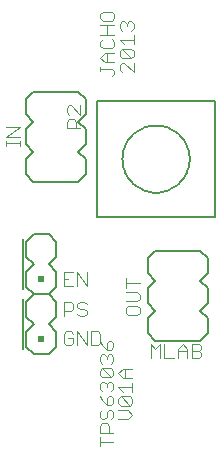
<source format=gbr>
G75*
G70*
%OFA0B0*%
%FSLAX24Y24*%
%IPPOS*%
%LPD*%
%AMOC8*
5,1,8,0,0,1.08239X$1,22.5*
%
%ADD10C,0.0040*%
%ADD11C,0.0079*%
%ADD12C,0.0060*%
%ADD13R,0.0200X0.0200*%
%ADD14C,0.0050*%
D10*
X003520Y004413D02*
X003520Y004720D01*
X003520Y004567D02*
X003980Y004567D01*
X003980Y004874D02*
X003520Y004874D01*
X003520Y005104D01*
X003596Y005181D01*
X003750Y005181D01*
X003827Y005104D01*
X003827Y004874D01*
X003903Y005334D02*
X003980Y005411D01*
X003980Y005564D01*
X003903Y005641D01*
X003827Y005641D01*
X003750Y005564D01*
X003750Y005411D01*
X003673Y005334D01*
X003596Y005334D01*
X003520Y005411D01*
X003520Y005564D01*
X003596Y005641D01*
X003750Y005794D02*
X003750Y006025D01*
X003827Y006101D01*
X003903Y006101D01*
X003980Y006025D01*
X003980Y005871D01*
X003903Y005794D01*
X003750Y005794D01*
X003596Y005948D01*
X003520Y006101D01*
X003596Y006255D02*
X003520Y006332D01*
X003520Y006485D01*
X003596Y006562D01*
X003673Y006562D01*
X003750Y006485D01*
X003827Y006562D01*
X003903Y006562D01*
X003980Y006485D01*
X003980Y006332D01*
X003903Y006255D01*
X003750Y006408D02*
X003750Y006485D01*
X003903Y006715D02*
X003596Y006715D01*
X003520Y006792D01*
X003520Y006945D01*
X003596Y007022D01*
X003903Y006715D01*
X003980Y006792D01*
X003980Y006945D01*
X003903Y007022D01*
X003596Y007022D01*
X003596Y007176D02*
X003520Y007252D01*
X003520Y007406D01*
X003596Y007483D01*
X003673Y007483D01*
X003750Y007406D01*
X003827Y007483D01*
X003903Y007483D01*
X003980Y007406D01*
X003980Y007252D01*
X003903Y007176D01*
X003750Y007329D02*
X003750Y007406D01*
X003750Y007636D02*
X003750Y007866D01*
X003827Y007943D01*
X003903Y007943D01*
X003980Y007866D01*
X003980Y007713D01*
X003903Y007636D01*
X003750Y007636D01*
X003596Y007790D01*
X003520Y007943D01*
X003548Y007865D02*
X003471Y007788D01*
X003241Y007788D01*
X003241Y008249D01*
X003471Y008249D01*
X003548Y008172D01*
X003548Y007865D01*
X003087Y007788D02*
X003087Y008249D01*
X002780Y008249D02*
X003087Y007788D01*
X002780Y007788D02*
X002780Y008249D01*
X002627Y008172D02*
X002550Y008249D01*
X002397Y008249D01*
X002320Y008172D01*
X002320Y007865D01*
X002397Y007788D01*
X002550Y007788D01*
X002627Y007865D01*
X002627Y008019D01*
X002473Y008019D01*
X002320Y008763D02*
X002320Y009224D01*
X002550Y009224D01*
X002627Y009147D01*
X002627Y008994D01*
X002550Y008917D01*
X002320Y008917D01*
X002780Y008840D02*
X002857Y008763D01*
X003011Y008763D01*
X003087Y008840D01*
X003087Y008917D01*
X003011Y008994D01*
X002857Y008994D01*
X002780Y009070D01*
X002780Y009147D01*
X002857Y009224D01*
X003011Y009224D01*
X003087Y009147D01*
X003087Y009763D02*
X003087Y010224D01*
X002780Y010224D02*
X003087Y009763D01*
X002780Y009763D02*
X002780Y010224D01*
X002627Y010224D02*
X002320Y010224D01*
X002320Y009763D01*
X002627Y009763D01*
X002473Y009994D02*
X002320Y009994D01*
X004298Y007001D02*
X004145Y006848D01*
X004298Y006694D01*
X004605Y006694D01*
X004605Y006541D02*
X004605Y006234D01*
X004605Y006388D02*
X004145Y006388D01*
X004298Y006234D01*
X004221Y006081D02*
X004528Y005774D01*
X004605Y005850D01*
X004605Y006004D01*
X004528Y006081D01*
X004221Y006081D01*
X004145Y006004D01*
X004145Y005850D01*
X004221Y005774D01*
X004528Y005774D01*
X004452Y005620D02*
X004145Y005620D01*
X004145Y005313D02*
X004452Y005313D01*
X004605Y005467D01*
X004452Y005620D01*
X004375Y006694D02*
X004375Y007001D01*
X004298Y007001D02*
X004605Y007001D01*
X005220Y007363D02*
X005220Y007824D01*
X005373Y007670D01*
X005527Y007824D01*
X005527Y007363D01*
X005680Y007363D02*
X005987Y007363D01*
X006141Y007363D02*
X006141Y007670D01*
X006294Y007824D01*
X006448Y007670D01*
X006448Y007363D01*
X006601Y007363D02*
X006831Y007363D01*
X006908Y007440D01*
X006908Y007517D01*
X006831Y007594D01*
X006601Y007594D01*
X006448Y007594D02*
X006141Y007594D01*
X006601Y007363D02*
X006601Y007824D01*
X006831Y007824D01*
X006908Y007747D01*
X006908Y007670D01*
X006831Y007594D01*
X005680Y007824D02*
X005680Y007363D01*
X004778Y008788D02*
X004855Y008865D01*
X004855Y009019D01*
X004778Y009095D01*
X004471Y009095D01*
X004395Y009019D01*
X004395Y008865D01*
X004471Y008788D01*
X004778Y008788D01*
X004778Y009249D02*
X004855Y009325D01*
X004855Y009479D01*
X004778Y009556D01*
X004395Y009556D01*
X004395Y009709D02*
X004395Y010016D01*
X004395Y009863D02*
X004855Y009863D01*
X004778Y009249D02*
X004395Y009249D01*
X002880Y015013D02*
X002420Y015013D01*
X002420Y015244D01*
X002496Y015320D01*
X002650Y015320D01*
X002727Y015244D01*
X002727Y015013D01*
X002880Y015474D02*
X002573Y015781D01*
X002496Y015781D01*
X002420Y015704D01*
X002420Y015550D01*
X002496Y015474D01*
X002880Y015474D02*
X002880Y015781D01*
X003545Y016915D02*
X003545Y017068D01*
X003545Y016992D02*
X003928Y016992D01*
X004005Y016915D01*
X004005Y016838D01*
X003928Y016761D01*
X004195Y016973D02*
X004195Y017127D01*
X004271Y017204D01*
X004348Y017204D01*
X004655Y016897D01*
X004655Y017204D01*
X004578Y017357D02*
X004655Y017434D01*
X004655Y017587D01*
X004578Y017664D01*
X004271Y017664D01*
X004578Y017357D01*
X004271Y017357D01*
X004195Y017434D01*
X004195Y017587D01*
X004271Y017664D01*
X004348Y017818D02*
X004195Y017971D01*
X004655Y017971D01*
X004655Y017818D02*
X004655Y018124D01*
X004578Y018278D02*
X004655Y018355D01*
X004655Y018508D01*
X004578Y018585D01*
X004502Y018585D01*
X004425Y018508D01*
X004425Y018431D01*
X004425Y018508D02*
X004348Y018585D01*
X004271Y018585D01*
X004195Y018508D01*
X004195Y018355D01*
X004271Y018278D01*
X004005Y018143D02*
X003545Y018143D01*
X003621Y017989D02*
X003545Y017912D01*
X003545Y017759D01*
X003621Y017682D01*
X003928Y017682D01*
X004005Y017759D01*
X004005Y017912D01*
X003928Y017989D01*
X003775Y018143D02*
X003775Y018449D01*
X003928Y018603D02*
X004005Y018680D01*
X004005Y018833D01*
X003928Y018910D01*
X003621Y018910D01*
X003545Y018833D01*
X003545Y018680D01*
X003621Y018603D01*
X003928Y018603D01*
X004005Y018449D02*
X003545Y018449D01*
X003698Y017529D02*
X004005Y017529D01*
X003775Y017529D02*
X003775Y017222D01*
X003698Y017222D02*
X003545Y017375D01*
X003698Y017529D01*
X003698Y017222D02*
X004005Y017222D01*
X004195Y016973D02*
X004271Y016897D01*
X000855Y015052D02*
X000395Y015052D01*
X000395Y014745D02*
X000855Y015052D01*
X000855Y014745D02*
X000395Y014745D01*
X000395Y014592D02*
X000395Y014438D01*
X000395Y014515D02*
X000855Y014515D01*
X000855Y014438D02*
X000855Y014592D01*
D11*
X000950Y011318D02*
X000950Y009668D01*
X000950Y009318D02*
X000950Y007668D01*
D12*
X001075Y007743D02*
X001075Y008243D01*
X001325Y008493D01*
X001075Y008743D01*
X001075Y009243D01*
X001325Y009493D01*
X001825Y009493D01*
X002075Y009743D01*
X002075Y010243D01*
X001825Y010493D01*
X002075Y010743D01*
X002075Y011243D01*
X001825Y011493D01*
X001325Y011493D01*
X001075Y011243D01*
X001075Y010743D01*
X001325Y010493D01*
X001075Y010243D01*
X001075Y009743D01*
X001325Y009493D01*
X001825Y009493D01*
X002075Y009243D01*
X002075Y008743D01*
X001825Y008493D01*
X002075Y008243D01*
X002075Y007743D01*
X001825Y007493D01*
X001325Y007493D01*
X001075Y007743D01*
X001300Y013243D02*
X002800Y013243D01*
X003050Y013493D01*
X003050Y013993D01*
X002800Y014243D01*
X003050Y014493D01*
X003050Y014993D01*
X002800Y015243D01*
X003050Y015493D01*
X003050Y015993D01*
X002800Y016243D01*
X001300Y016243D01*
X001050Y015993D01*
X001050Y015493D01*
X001300Y015243D01*
X001050Y014993D01*
X001050Y014493D01*
X001300Y014243D01*
X001050Y013993D01*
X001050Y013493D01*
X001300Y013243D01*
X005125Y010693D02*
X005125Y010193D01*
X005375Y009943D01*
X005125Y009693D01*
X005125Y009193D01*
X005375Y008943D01*
X005125Y008693D01*
X005125Y008193D01*
X005375Y007943D01*
X006875Y007943D01*
X007125Y008193D01*
X007125Y008693D01*
X006875Y008943D01*
X007125Y009193D01*
X007125Y009693D01*
X006875Y009943D01*
X007125Y010193D01*
X007125Y010693D01*
X006875Y010943D01*
X005375Y010943D01*
X005125Y010693D01*
D13*
X001575Y009993D03*
X001575Y007993D03*
D14*
X003431Y012064D02*
X003431Y015922D01*
X007369Y015922D01*
X007369Y012064D01*
X003431Y012064D01*
X004282Y013993D02*
X004284Y014059D01*
X004290Y014125D01*
X004300Y014191D01*
X004313Y014256D01*
X004331Y014320D01*
X004352Y014382D01*
X004377Y014444D01*
X004405Y014504D01*
X004437Y014562D01*
X004473Y014618D01*
X004511Y014671D01*
X004553Y014723D01*
X004598Y014772D01*
X004645Y014818D01*
X004696Y014861D01*
X004748Y014901D01*
X004803Y014938D01*
X004860Y014972D01*
X004919Y015002D01*
X004980Y015029D01*
X005042Y015052D01*
X005105Y015071D01*
X005170Y015087D01*
X005235Y015099D01*
X005301Y015107D01*
X005367Y015111D01*
X005433Y015111D01*
X005499Y015107D01*
X005565Y015099D01*
X005630Y015087D01*
X005695Y015071D01*
X005758Y015052D01*
X005820Y015029D01*
X005881Y015002D01*
X005940Y014972D01*
X005997Y014938D01*
X006052Y014901D01*
X006104Y014861D01*
X006155Y014818D01*
X006202Y014772D01*
X006247Y014723D01*
X006289Y014671D01*
X006327Y014618D01*
X006363Y014562D01*
X006395Y014504D01*
X006423Y014444D01*
X006448Y014382D01*
X006469Y014320D01*
X006487Y014256D01*
X006500Y014191D01*
X006510Y014125D01*
X006516Y014059D01*
X006518Y013993D01*
X006516Y013927D01*
X006510Y013861D01*
X006500Y013795D01*
X006487Y013730D01*
X006469Y013666D01*
X006448Y013604D01*
X006423Y013542D01*
X006395Y013482D01*
X006363Y013424D01*
X006327Y013368D01*
X006289Y013315D01*
X006247Y013263D01*
X006202Y013214D01*
X006155Y013168D01*
X006104Y013125D01*
X006052Y013085D01*
X005997Y013048D01*
X005940Y013014D01*
X005881Y012984D01*
X005820Y012957D01*
X005758Y012934D01*
X005695Y012915D01*
X005630Y012899D01*
X005565Y012887D01*
X005499Y012879D01*
X005433Y012875D01*
X005367Y012875D01*
X005301Y012879D01*
X005235Y012887D01*
X005170Y012899D01*
X005105Y012915D01*
X005042Y012934D01*
X004980Y012957D01*
X004919Y012984D01*
X004860Y013014D01*
X004803Y013048D01*
X004748Y013085D01*
X004696Y013125D01*
X004645Y013168D01*
X004598Y013214D01*
X004553Y013263D01*
X004511Y013315D01*
X004473Y013368D01*
X004437Y013424D01*
X004405Y013482D01*
X004377Y013542D01*
X004352Y013604D01*
X004331Y013666D01*
X004313Y013730D01*
X004300Y013795D01*
X004290Y013861D01*
X004284Y013927D01*
X004282Y013993D01*
M02*

</source>
